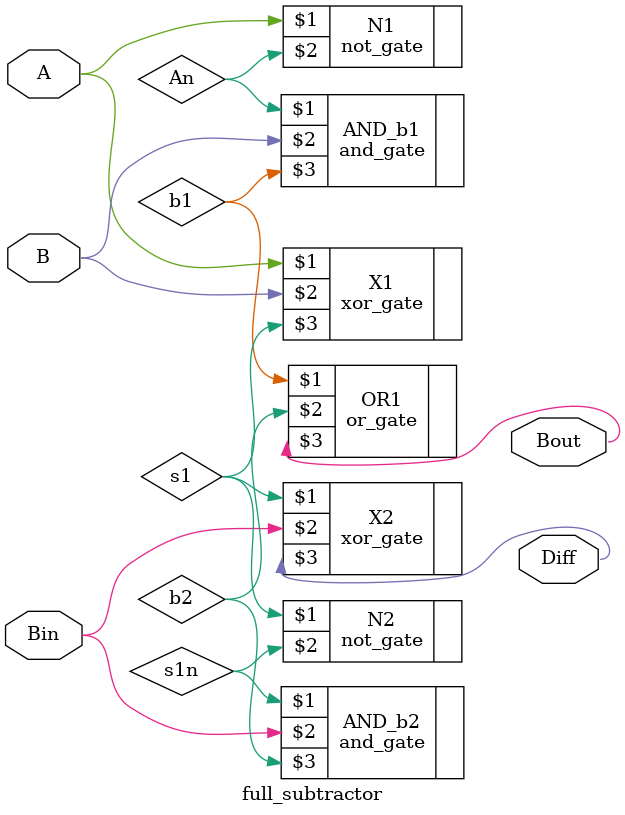
<source format=v>
module full_subtractor(
    input A,
    input B,
    input Bin,        // Borrow in
    output Diff,
    output Bout       // Borrow out
);

    wire s1, b1, b2, s1n;

    // First half-subtractor: s1 = A ^ B, b1 = ~A & B
    xor_gate X1 (A, B, s1);
    wire An;
    not_gate N1 (A, An);
    and_gate AND_b1 (An, B, b1);

    // Second half-subtractor: Diff = s1 ^ Bin, b2 = ~s1 & Bin
    xor_gate X2 (s1, Bin, Diff);
    not_gate N2 (s1, s1n);
    and_gate AND_b2 (s1n, Bin, b2);

    // Final Borrow out = b1 | b2
    or_gate OR1 (b1, b2, Bout);

endmodule

</source>
